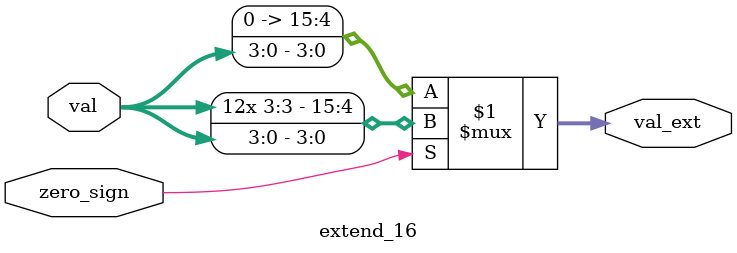
<source format=v>
`ifndef EXTEND_16
`define EXTEND_16

module extend_16 (val, zero_sign, val_ext);
    parameter       val_width = 4;
    
    input   [(val_width-1):0]   val;
    input           zero_sign;
    output  [15:0]  val_ext;
    
    // sign extend or zero extend
    assign val_ext = zero_sign ? {{(16-val_width){val[(val_width-1)]}}, val} :
                                 {{(16-val_width){1'b0}}, val};

endmodule

`endif

</source>
